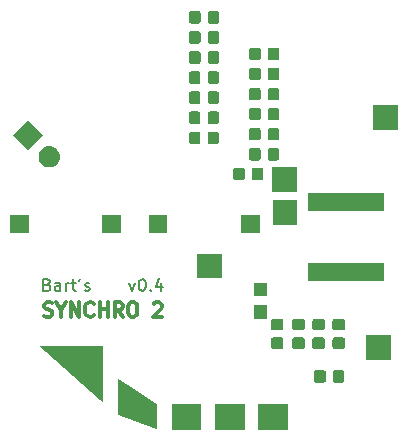
<source format=gbr>
G04 #@! TF.GenerationSoftware,KiCad,Pcbnew,5.1.4-1.fc30*
G04 #@! TF.CreationDate,2019-10-04T18:02:02+02:00*
G04 #@! TF.ProjectId,synchro2,73796e63-6872-46f3-922e-6b696361645f,rev?*
G04 #@! TF.SameCoordinates,Original*
G04 #@! TF.FileFunction,Soldermask,Top*
G04 #@! TF.FilePolarity,Negative*
%FSLAX46Y46*%
G04 Gerber Fmt 4.6, Leading zero omitted, Abs format (unit mm)*
G04 Created by KiCad (PCBNEW 5.1.4-1.fc30) date 2019-10-04 18:02:02*
%MOMM*%
%LPD*%
G04 APERTURE LIST*
%ADD10C,0.100000*%
%ADD11C,0.300000*%
%ADD12C,0.200000*%
G04 APERTURE END LIST*
D10*
G36*
X226100000Y-133650000D02*
G01*
X223650000Y-133650000D01*
X223650000Y-131500000D01*
X226100000Y-131500000D01*
X226100000Y-133650000D01*
G37*
X226100000Y-133650000D02*
X223650000Y-133650000D01*
X223650000Y-131500000D01*
X226100000Y-131500000D01*
X226100000Y-133650000D01*
G36*
X222450000Y-133650000D02*
G01*
X220000000Y-133650000D01*
X220000000Y-131500000D01*
X222450000Y-131500000D01*
X222450000Y-133650000D01*
G37*
X222450000Y-133650000D02*
X220000000Y-133650000D01*
X220000000Y-131500000D01*
X222450000Y-131500000D01*
X222450000Y-133650000D01*
G36*
X218800000Y-133650000D02*
G01*
X216350000Y-133650000D01*
X216350000Y-131500000D01*
X218800000Y-131500000D01*
X218800000Y-133650000D01*
G37*
X218800000Y-133650000D02*
X216350000Y-133650000D01*
X216350000Y-131500000D01*
X218800000Y-131500000D01*
X218800000Y-133650000D01*
G36*
X215050000Y-131550000D02*
G01*
X215050000Y-133550000D01*
X211850000Y-132400000D01*
X211850000Y-129400000D01*
X215050000Y-131550000D01*
G37*
X215050000Y-131550000D02*
X215050000Y-133550000D01*
X211850000Y-132400000D01*
X211850000Y-129400000D01*
X215050000Y-131550000D01*
G36*
X210450000Y-131250000D02*
G01*
X205200000Y-126600000D01*
X210450000Y-126600000D01*
X210450000Y-131250000D01*
G37*
X210450000Y-131250000D02*
X205200000Y-126600000D01*
X210450000Y-126600000D01*
X210450000Y-131250000D01*
D11*
X205578571Y-124085714D02*
X205750000Y-124142857D01*
X206035714Y-124142857D01*
X206150000Y-124085714D01*
X206207142Y-124028571D01*
X206264285Y-123914285D01*
X206264285Y-123800000D01*
X206207142Y-123685714D01*
X206150000Y-123628571D01*
X206035714Y-123571428D01*
X205807142Y-123514285D01*
X205692857Y-123457142D01*
X205635714Y-123400000D01*
X205578571Y-123285714D01*
X205578571Y-123171428D01*
X205635714Y-123057142D01*
X205692857Y-123000000D01*
X205807142Y-122942857D01*
X206092857Y-122942857D01*
X206264285Y-123000000D01*
X207007142Y-123571428D02*
X207007142Y-124142857D01*
X206607142Y-122942857D02*
X207007142Y-123571428D01*
X207407142Y-122942857D01*
X207807142Y-124142857D02*
X207807142Y-122942857D01*
X208492857Y-124142857D01*
X208492857Y-122942857D01*
X209750000Y-124028571D02*
X209692857Y-124085714D01*
X209521428Y-124142857D01*
X209407142Y-124142857D01*
X209235714Y-124085714D01*
X209121428Y-123971428D01*
X209064285Y-123857142D01*
X209007142Y-123628571D01*
X209007142Y-123457142D01*
X209064285Y-123228571D01*
X209121428Y-123114285D01*
X209235714Y-123000000D01*
X209407142Y-122942857D01*
X209521428Y-122942857D01*
X209692857Y-123000000D01*
X209750000Y-123057142D01*
X210264285Y-124142857D02*
X210264285Y-122942857D01*
X210264285Y-123514285D02*
X210950000Y-123514285D01*
X210950000Y-124142857D02*
X210950000Y-122942857D01*
X212207142Y-124142857D02*
X211807142Y-123571428D01*
X211521428Y-124142857D02*
X211521428Y-122942857D01*
X211978571Y-122942857D01*
X212092857Y-123000000D01*
X212150000Y-123057142D01*
X212207142Y-123171428D01*
X212207142Y-123342857D01*
X212150000Y-123457142D01*
X212092857Y-123514285D01*
X211978571Y-123571428D01*
X211521428Y-123571428D01*
X212950000Y-122942857D02*
X213178571Y-122942857D01*
X213292857Y-123000000D01*
X213407142Y-123114285D01*
X213464285Y-123342857D01*
X213464285Y-123742857D01*
X213407142Y-123971428D01*
X213292857Y-124085714D01*
X213178571Y-124142857D01*
X212950000Y-124142857D01*
X212835714Y-124085714D01*
X212721428Y-123971428D01*
X212664285Y-123742857D01*
X212664285Y-123342857D01*
X212721428Y-123114285D01*
X212835714Y-123000000D01*
X212950000Y-122942857D01*
X214835714Y-123057142D02*
X214892857Y-123000000D01*
X215007142Y-122942857D01*
X215292857Y-122942857D01*
X215407142Y-123000000D01*
X215464285Y-123057142D01*
X215521428Y-123171428D01*
X215521428Y-123285714D01*
X215464285Y-123457142D01*
X214778571Y-124142857D01*
X215521428Y-124142857D01*
D12*
X212771428Y-121285714D02*
X213009523Y-121952380D01*
X213247619Y-121285714D01*
X213819047Y-120952380D02*
X213914285Y-120952380D01*
X214009523Y-121000000D01*
X214057142Y-121047619D01*
X214104761Y-121142857D01*
X214152380Y-121333333D01*
X214152380Y-121571428D01*
X214104761Y-121761904D01*
X214057142Y-121857142D01*
X214009523Y-121904761D01*
X213914285Y-121952380D01*
X213819047Y-121952380D01*
X213723809Y-121904761D01*
X213676190Y-121857142D01*
X213628571Y-121761904D01*
X213580952Y-121571428D01*
X213580952Y-121333333D01*
X213628571Y-121142857D01*
X213676190Y-121047619D01*
X213723809Y-121000000D01*
X213819047Y-120952380D01*
X214580952Y-121857142D02*
X214628571Y-121904761D01*
X214580952Y-121952380D01*
X214533333Y-121904761D01*
X214580952Y-121857142D01*
X214580952Y-121952380D01*
X215485714Y-121285714D02*
X215485714Y-121952380D01*
X215247619Y-120904761D02*
X215009523Y-121619047D01*
X215628571Y-121619047D01*
X205830952Y-121428571D02*
X205973809Y-121476190D01*
X206021428Y-121523809D01*
X206069047Y-121619047D01*
X206069047Y-121761904D01*
X206021428Y-121857142D01*
X205973809Y-121904761D01*
X205878571Y-121952380D01*
X205497619Y-121952380D01*
X205497619Y-120952380D01*
X205830952Y-120952380D01*
X205926190Y-121000000D01*
X205973809Y-121047619D01*
X206021428Y-121142857D01*
X206021428Y-121238095D01*
X205973809Y-121333333D01*
X205926190Y-121380952D01*
X205830952Y-121428571D01*
X205497619Y-121428571D01*
X206926190Y-121952380D02*
X206926190Y-121428571D01*
X206878571Y-121333333D01*
X206783333Y-121285714D01*
X206592857Y-121285714D01*
X206497619Y-121333333D01*
X206926190Y-121904761D02*
X206830952Y-121952380D01*
X206592857Y-121952380D01*
X206497619Y-121904761D01*
X206450000Y-121809523D01*
X206450000Y-121714285D01*
X206497619Y-121619047D01*
X206592857Y-121571428D01*
X206830952Y-121571428D01*
X206926190Y-121523809D01*
X207402380Y-121952380D02*
X207402380Y-121285714D01*
X207402380Y-121476190D02*
X207450000Y-121380952D01*
X207497619Y-121333333D01*
X207592857Y-121285714D01*
X207688095Y-121285714D01*
X207878571Y-121285714D02*
X208259523Y-121285714D01*
X208021428Y-120952380D02*
X208021428Y-121809523D01*
X208069047Y-121904761D01*
X208164285Y-121952380D01*
X208259523Y-121952380D01*
X208640476Y-120952380D02*
X208545238Y-121142857D01*
X209021428Y-121904761D02*
X209116666Y-121952380D01*
X209307142Y-121952380D01*
X209402380Y-121904761D01*
X209450000Y-121809523D01*
X209450000Y-121761904D01*
X209402380Y-121666666D01*
X209307142Y-121619047D01*
X209164285Y-121619047D01*
X209069047Y-121571428D01*
X209021428Y-121476190D01*
X209021428Y-121428571D01*
X209069047Y-121333333D01*
X209164285Y-121285714D01*
X209307142Y-121285714D01*
X209402380Y-121333333D01*
D10*
G36*
X230829591Y-128678085D02*
G01*
X230863569Y-128688393D01*
X230894890Y-128705134D01*
X230922339Y-128727661D01*
X230944866Y-128755110D01*
X230961607Y-128786431D01*
X230971915Y-128820409D01*
X230976000Y-128861890D01*
X230976000Y-129538110D01*
X230971915Y-129579591D01*
X230961607Y-129613569D01*
X230944866Y-129644890D01*
X230922339Y-129672339D01*
X230894890Y-129694866D01*
X230863569Y-129711607D01*
X230829591Y-129721915D01*
X230788110Y-129726000D01*
X230186890Y-129726000D01*
X230145409Y-129721915D01*
X230111431Y-129711607D01*
X230080110Y-129694866D01*
X230052661Y-129672339D01*
X230030134Y-129644890D01*
X230013393Y-129613569D01*
X230003085Y-129579591D01*
X229999000Y-129538110D01*
X229999000Y-128861890D01*
X230003085Y-128820409D01*
X230013393Y-128786431D01*
X230030134Y-128755110D01*
X230052661Y-128727661D01*
X230080110Y-128705134D01*
X230111431Y-128688393D01*
X230145409Y-128678085D01*
X230186890Y-128674000D01*
X230788110Y-128674000D01*
X230829591Y-128678085D01*
X230829591Y-128678085D01*
G37*
G36*
X229254591Y-128678085D02*
G01*
X229288569Y-128688393D01*
X229319890Y-128705134D01*
X229347339Y-128727661D01*
X229369866Y-128755110D01*
X229386607Y-128786431D01*
X229396915Y-128820409D01*
X229401000Y-128861890D01*
X229401000Y-129538110D01*
X229396915Y-129579591D01*
X229386607Y-129613569D01*
X229369866Y-129644890D01*
X229347339Y-129672339D01*
X229319890Y-129694866D01*
X229288569Y-129711607D01*
X229254591Y-129721915D01*
X229213110Y-129726000D01*
X228611890Y-129726000D01*
X228570409Y-129721915D01*
X228536431Y-129711607D01*
X228505110Y-129694866D01*
X228477661Y-129672339D01*
X228455134Y-129644890D01*
X228438393Y-129613569D01*
X228428085Y-129579591D01*
X228424000Y-129538110D01*
X228424000Y-128861890D01*
X228428085Y-128820409D01*
X228438393Y-128786431D01*
X228455134Y-128755110D01*
X228477661Y-128727661D01*
X228505110Y-128705134D01*
X228536431Y-128688393D01*
X228570409Y-128678085D01*
X228611890Y-128674000D01*
X229213110Y-128674000D01*
X229254591Y-128678085D01*
X229254591Y-128678085D01*
G37*
G36*
X234901000Y-127801000D02*
G01*
X232799000Y-127801000D01*
X232799000Y-125699000D01*
X234901000Y-125699000D01*
X234901000Y-127801000D01*
X234901000Y-127801000D01*
G37*
G36*
X227479591Y-125903085D02*
G01*
X227513569Y-125913393D01*
X227544890Y-125930134D01*
X227572339Y-125952661D01*
X227594866Y-125980110D01*
X227611607Y-126011431D01*
X227621915Y-126045409D01*
X227626000Y-126086890D01*
X227626000Y-126688110D01*
X227621915Y-126729591D01*
X227611607Y-126763569D01*
X227594866Y-126794890D01*
X227572339Y-126822339D01*
X227544890Y-126844866D01*
X227513569Y-126861607D01*
X227479591Y-126871915D01*
X227438110Y-126876000D01*
X226761890Y-126876000D01*
X226720409Y-126871915D01*
X226686431Y-126861607D01*
X226655110Y-126844866D01*
X226627661Y-126822339D01*
X226605134Y-126794890D01*
X226588393Y-126763569D01*
X226578085Y-126729591D01*
X226574000Y-126688110D01*
X226574000Y-126086890D01*
X226578085Y-126045409D01*
X226588393Y-126011431D01*
X226605134Y-125980110D01*
X226627661Y-125952661D01*
X226655110Y-125930134D01*
X226686431Y-125913393D01*
X226720409Y-125903085D01*
X226761890Y-125899000D01*
X227438110Y-125899000D01*
X227479591Y-125903085D01*
X227479591Y-125903085D01*
G37*
G36*
X225679591Y-125903085D02*
G01*
X225713569Y-125913393D01*
X225744890Y-125930134D01*
X225772339Y-125952661D01*
X225794866Y-125980110D01*
X225811607Y-126011431D01*
X225821915Y-126045409D01*
X225826000Y-126086890D01*
X225826000Y-126688110D01*
X225821915Y-126729591D01*
X225811607Y-126763569D01*
X225794866Y-126794890D01*
X225772339Y-126822339D01*
X225744890Y-126844866D01*
X225713569Y-126861607D01*
X225679591Y-126871915D01*
X225638110Y-126876000D01*
X224961890Y-126876000D01*
X224920409Y-126871915D01*
X224886431Y-126861607D01*
X224855110Y-126844866D01*
X224827661Y-126822339D01*
X224805134Y-126794890D01*
X224788393Y-126763569D01*
X224778085Y-126729591D01*
X224774000Y-126688110D01*
X224774000Y-126086890D01*
X224778085Y-126045409D01*
X224788393Y-126011431D01*
X224805134Y-125980110D01*
X224827661Y-125952661D01*
X224855110Y-125930134D01*
X224886431Y-125913393D01*
X224920409Y-125903085D01*
X224961890Y-125899000D01*
X225638110Y-125899000D01*
X225679591Y-125903085D01*
X225679591Y-125903085D01*
G37*
G36*
X229179591Y-125903085D02*
G01*
X229213569Y-125913393D01*
X229244890Y-125930134D01*
X229272339Y-125952661D01*
X229294866Y-125980110D01*
X229311607Y-126011431D01*
X229321915Y-126045409D01*
X229326000Y-126086890D01*
X229326000Y-126688110D01*
X229321915Y-126729591D01*
X229311607Y-126763569D01*
X229294866Y-126794890D01*
X229272339Y-126822339D01*
X229244890Y-126844866D01*
X229213569Y-126861607D01*
X229179591Y-126871915D01*
X229138110Y-126876000D01*
X228461890Y-126876000D01*
X228420409Y-126871915D01*
X228386431Y-126861607D01*
X228355110Y-126844866D01*
X228327661Y-126822339D01*
X228305134Y-126794890D01*
X228288393Y-126763569D01*
X228278085Y-126729591D01*
X228274000Y-126688110D01*
X228274000Y-126086890D01*
X228278085Y-126045409D01*
X228288393Y-126011431D01*
X228305134Y-125980110D01*
X228327661Y-125952661D01*
X228355110Y-125930134D01*
X228386431Y-125913393D01*
X228420409Y-125903085D01*
X228461890Y-125899000D01*
X229138110Y-125899000D01*
X229179591Y-125903085D01*
X229179591Y-125903085D01*
G37*
G36*
X230879591Y-125903085D02*
G01*
X230913569Y-125913393D01*
X230944890Y-125930134D01*
X230972339Y-125952661D01*
X230994866Y-125980110D01*
X231011607Y-126011431D01*
X231021915Y-126045409D01*
X231026000Y-126086890D01*
X231026000Y-126688110D01*
X231021915Y-126729591D01*
X231011607Y-126763569D01*
X230994866Y-126794890D01*
X230972339Y-126822339D01*
X230944890Y-126844866D01*
X230913569Y-126861607D01*
X230879591Y-126871915D01*
X230838110Y-126876000D01*
X230161890Y-126876000D01*
X230120409Y-126871915D01*
X230086431Y-126861607D01*
X230055110Y-126844866D01*
X230027661Y-126822339D01*
X230005134Y-126794890D01*
X229988393Y-126763569D01*
X229978085Y-126729591D01*
X229974000Y-126688110D01*
X229974000Y-126086890D01*
X229978085Y-126045409D01*
X229988393Y-126011431D01*
X230005134Y-125980110D01*
X230027661Y-125952661D01*
X230055110Y-125930134D01*
X230086431Y-125913393D01*
X230120409Y-125903085D01*
X230161890Y-125899000D01*
X230838110Y-125899000D01*
X230879591Y-125903085D01*
X230879591Y-125903085D01*
G37*
G36*
X227479591Y-124328085D02*
G01*
X227513569Y-124338393D01*
X227544890Y-124355134D01*
X227572339Y-124377661D01*
X227594866Y-124405110D01*
X227611607Y-124436431D01*
X227621915Y-124470409D01*
X227626000Y-124511890D01*
X227626000Y-125113110D01*
X227621915Y-125154591D01*
X227611607Y-125188569D01*
X227594866Y-125219890D01*
X227572339Y-125247339D01*
X227544890Y-125269866D01*
X227513569Y-125286607D01*
X227479591Y-125296915D01*
X227438110Y-125301000D01*
X226761890Y-125301000D01*
X226720409Y-125296915D01*
X226686431Y-125286607D01*
X226655110Y-125269866D01*
X226627661Y-125247339D01*
X226605134Y-125219890D01*
X226588393Y-125188569D01*
X226578085Y-125154591D01*
X226574000Y-125113110D01*
X226574000Y-124511890D01*
X226578085Y-124470409D01*
X226588393Y-124436431D01*
X226605134Y-124405110D01*
X226627661Y-124377661D01*
X226655110Y-124355134D01*
X226686431Y-124338393D01*
X226720409Y-124328085D01*
X226761890Y-124324000D01*
X227438110Y-124324000D01*
X227479591Y-124328085D01*
X227479591Y-124328085D01*
G37*
G36*
X225679591Y-124328085D02*
G01*
X225713569Y-124338393D01*
X225744890Y-124355134D01*
X225772339Y-124377661D01*
X225794866Y-124405110D01*
X225811607Y-124436431D01*
X225821915Y-124470409D01*
X225826000Y-124511890D01*
X225826000Y-125113110D01*
X225821915Y-125154591D01*
X225811607Y-125188569D01*
X225794866Y-125219890D01*
X225772339Y-125247339D01*
X225744890Y-125269866D01*
X225713569Y-125286607D01*
X225679591Y-125296915D01*
X225638110Y-125301000D01*
X224961890Y-125301000D01*
X224920409Y-125296915D01*
X224886431Y-125286607D01*
X224855110Y-125269866D01*
X224827661Y-125247339D01*
X224805134Y-125219890D01*
X224788393Y-125188569D01*
X224778085Y-125154591D01*
X224774000Y-125113110D01*
X224774000Y-124511890D01*
X224778085Y-124470409D01*
X224788393Y-124436431D01*
X224805134Y-124405110D01*
X224827661Y-124377661D01*
X224855110Y-124355134D01*
X224886431Y-124338393D01*
X224920409Y-124328085D01*
X224961890Y-124324000D01*
X225638110Y-124324000D01*
X225679591Y-124328085D01*
X225679591Y-124328085D01*
G37*
G36*
X230879591Y-124328085D02*
G01*
X230913569Y-124338393D01*
X230944890Y-124355134D01*
X230972339Y-124377661D01*
X230994866Y-124405110D01*
X231011607Y-124436431D01*
X231021915Y-124470409D01*
X231026000Y-124511890D01*
X231026000Y-125113110D01*
X231021915Y-125154591D01*
X231011607Y-125188569D01*
X230994866Y-125219890D01*
X230972339Y-125247339D01*
X230944890Y-125269866D01*
X230913569Y-125286607D01*
X230879591Y-125296915D01*
X230838110Y-125301000D01*
X230161890Y-125301000D01*
X230120409Y-125296915D01*
X230086431Y-125286607D01*
X230055110Y-125269866D01*
X230027661Y-125247339D01*
X230005134Y-125219890D01*
X229988393Y-125188569D01*
X229978085Y-125154591D01*
X229974000Y-125113110D01*
X229974000Y-124511890D01*
X229978085Y-124470409D01*
X229988393Y-124436431D01*
X230005134Y-124405110D01*
X230027661Y-124377661D01*
X230055110Y-124355134D01*
X230086431Y-124338393D01*
X230120409Y-124328085D01*
X230161890Y-124324000D01*
X230838110Y-124324000D01*
X230879591Y-124328085D01*
X230879591Y-124328085D01*
G37*
G36*
X229179591Y-124328085D02*
G01*
X229213569Y-124338393D01*
X229244890Y-124355134D01*
X229272339Y-124377661D01*
X229294866Y-124405110D01*
X229311607Y-124436431D01*
X229321915Y-124470409D01*
X229326000Y-124511890D01*
X229326000Y-125113110D01*
X229321915Y-125154591D01*
X229311607Y-125188569D01*
X229294866Y-125219890D01*
X229272339Y-125247339D01*
X229244890Y-125269866D01*
X229213569Y-125286607D01*
X229179591Y-125296915D01*
X229138110Y-125301000D01*
X228461890Y-125301000D01*
X228420409Y-125296915D01*
X228386431Y-125286607D01*
X228355110Y-125269866D01*
X228327661Y-125247339D01*
X228305134Y-125219890D01*
X228288393Y-125188569D01*
X228278085Y-125154591D01*
X228274000Y-125113110D01*
X228274000Y-124511890D01*
X228278085Y-124470409D01*
X228288393Y-124436431D01*
X228305134Y-124405110D01*
X228327661Y-124377661D01*
X228355110Y-124355134D01*
X228386431Y-124338393D01*
X228420409Y-124328085D01*
X228461890Y-124324000D01*
X229138110Y-124324000D01*
X229179591Y-124328085D01*
X229179591Y-124328085D01*
G37*
G36*
X224401000Y-124301000D02*
G01*
X223299000Y-124301000D01*
X223299000Y-123199000D01*
X224401000Y-123199000D01*
X224401000Y-124301000D01*
X224401000Y-124301000D01*
G37*
G36*
X224401000Y-122401000D02*
G01*
X223299000Y-122401000D01*
X223299000Y-121299000D01*
X224401000Y-121299000D01*
X224401000Y-122401000D01*
X224401000Y-122401000D01*
G37*
G36*
X234301000Y-121126000D02*
G01*
X227899000Y-121126000D01*
X227899000Y-119574000D01*
X234301000Y-119574000D01*
X234301000Y-121126000D01*
X234301000Y-121126000D01*
G37*
G36*
X220601000Y-120901000D02*
G01*
X218499000Y-120901000D01*
X218499000Y-118799000D01*
X220601000Y-118799000D01*
X220601000Y-120901000D01*
X220601000Y-120901000D01*
G37*
G36*
X223801000Y-117101000D02*
G01*
X222199000Y-117101000D01*
X222199000Y-115499000D01*
X223801000Y-115499000D01*
X223801000Y-117101000D01*
X223801000Y-117101000D01*
G37*
G36*
X204301000Y-117101000D02*
G01*
X202699000Y-117101000D01*
X202699000Y-115499000D01*
X204301000Y-115499000D01*
X204301000Y-117101000D01*
X204301000Y-117101000D01*
G37*
G36*
X212101000Y-117101000D02*
G01*
X210499000Y-117101000D01*
X210499000Y-115499000D01*
X212101000Y-115499000D01*
X212101000Y-117101000D01*
X212101000Y-117101000D01*
G37*
G36*
X216001000Y-117101000D02*
G01*
X214399000Y-117101000D01*
X214399000Y-115499000D01*
X216001000Y-115499000D01*
X216001000Y-117101000D01*
X216001000Y-117101000D01*
G37*
G36*
X227001000Y-116351000D02*
G01*
X224899000Y-116351000D01*
X224899000Y-114249000D01*
X227001000Y-114249000D01*
X227001000Y-116351000D01*
X227001000Y-116351000D01*
G37*
G36*
X234301000Y-115226000D02*
G01*
X227899000Y-115226000D01*
X227899000Y-113674000D01*
X234301000Y-113674000D01*
X234301000Y-115226000D01*
X234301000Y-115226000D01*
G37*
G36*
X226951000Y-113551000D02*
G01*
X224849000Y-113551000D01*
X224849000Y-111449000D01*
X226951000Y-111449000D01*
X226951000Y-113551000D01*
X226951000Y-113551000D01*
G37*
G36*
X222404591Y-111528085D02*
G01*
X222438569Y-111538393D01*
X222469890Y-111555134D01*
X222497339Y-111577661D01*
X222519866Y-111605110D01*
X222536607Y-111636431D01*
X222546915Y-111670409D01*
X222551000Y-111711890D01*
X222551000Y-112388110D01*
X222546915Y-112429591D01*
X222536607Y-112463569D01*
X222519866Y-112494890D01*
X222497339Y-112522339D01*
X222469890Y-112544866D01*
X222438569Y-112561607D01*
X222404591Y-112571915D01*
X222363110Y-112576000D01*
X221761890Y-112576000D01*
X221720409Y-112571915D01*
X221686431Y-112561607D01*
X221655110Y-112544866D01*
X221627661Y-112522339D01*
X221605134Y-112494890D01*
X221588393Y-112463569D01*
X221578085Y-112429591D01*
X221574000Y-112388110D01*
X221574000Y-111711890D01*
X221578085Y-111670409D01*
X221588393Y-111636431D01*
X221605134Y-111605110D01*
X221627661Y-111577661D01*
X221655110Y-111555134D01*
X221686431Y-111538393D01*
X221720409Y-111528085D01*
X221761890Y-111524000D01*
X222363110Y-111524000D01*
X222404591Y-111528085D01*
X222404591Y-111528085D01*
G37*
G36*
X223979591Y-111528085D02*
G01*
X224013569Y-111538393D01*
X224044890Y-111555134D01*
X224072339Y-111577661D01*
X224094866Y-111605110D01*
X224111607Y-111636431D01*
X224121915Y-111670409D01*
X224126000Y-111711890D01*
X224126000Y-112388110D01*
X224121915Y-112429591D01*
X224111607Y-112463569D01*
X224094866Y-112494890D01*
X224072339Y-112522339D01*
X224044890Y-112544866D01*
X224013569Y-112561607D01*
X223979591Y-112571915D01*
X223938110Y-112576000D01*
X223336890Y-112576000D01*
X223295409Y-112571915D01*
X223261431Y-112561607D01*
X223230110Y-112544866D01*
X223202661Y-112522339D01*
X223180134Y-112494890D01*
X223163393Y-112463569D01*
X223153085Y-112429591D01*
X223149000Y-112388110D01*
X223149000Y-111711890D01*
X223153085Y-111670409D01*
X223163393Y-111636431D01*
X223180134Y-111605110D01*
X223202661Y-111577661D01*
X223230110Y-111555134D01*
X223261431Y-111538393D01*
X223295409Y-111528085D01*
X223336890Y-111524000D01*
X223938110Y-111524000D01*
X223979591Y-111528085D01*
X223979591Y-111528085D01*
G37*
G36*
X206106494Y-109701570D02*
G01*
X206172678Y-109708088D01*
X206342517Y-109759608D01*
X206499042Y-109843273D01*
X206534780Y-109872603D01*
X206636237Y-109955865D01*
X206692793Y-110024780D01*
X206748829Y-110093060D01*
X206832494Y-110249585D01*
X206884014Y-110419424D01*
X206901410Y-110596051D01*
X206884014Y-110772678D01*
X206832494Y-110942517D01*
X206748829Y-111099042D01*
X206719499Y-111134780D01*
X206636237Y-111236237D01*
X206534780Y-111319499D01*
X206499042Y-111348829D01*
X206342517Y-111432494D01*
X206172678Y-111484014D01*
X206106494Y-111490532D01*
X206040311Y-111497051D01*
X205951791Y-111497051D01*
X205885608Y-111490532D01*
X205819424Y-111484014D01*
X205649585Y-111432494D01*
X205493060Y-111348829D01*
X205457322Y-111319499D01*
X205355865Y-111236237D01*
X205272603Y-111134780D01*
X205243273Y-111099042D01*
X205159608Y-110942517D01*
X205108088Y-110772678D01*
X205090692Y-110596051D01*
X205108088Y-110419424D01*
X205159608Y-110249585D01*
X205243273Y-110093060D01*
X205299309Y-110024780D01*
X205355865Y-109955865D01*
X205457322Y-109872603D01*
X205493060Y-109843273D01*
X205649585Y-109759608D01*
X205819424Y-109708088D01*
X205885608Y-109701570D01*
X205951791Y-109695051D01*
X206040311Y-109695051D01*
X206106494Y-109701570D01*
X206106494Y-109701570D01*
G37*
G36*
X223742091Y-109878085D02*
G01*
X223776069Y-109888393D01*
X223807390Y-109905134D01*
X223834839Y-109927661D01*
X223857366Y-109955110D01*
X223874107Y-109986431D01*
X223884415Y-110020409D01*
X223888500Y-110061890D01*
X223888500Y-110738110D01*
X223884415Y-110779591D01*
X223874107Y-110813569D01*
X223857366Y-110844890D01*
X223834839Y-110872339D01*
X223807390Y-110894866D01*
X223776069Y-110911607D01*
X223742091Y-110921915D01*
X223700610Y-110926000D01*
X223099390Y-110926000D01*
X223057909Y-110921915D01*
X223023931Y-110911607D01*
X222992610Y-110894866D01*
X222965161Y-110872339D01*
X222942634Y-110844890D01*
X222925893Y-110813569D01*
X222915585Y-110779591D01*
X222911500Y-110738110D01*
X222911500Y-110061890D01*
X222915585Y-110020409D01*
X222925893Y-109986431D01*
X222942634Y-109955110D01*
X222965161Y-109927661D01*
X222992610Y-109905134D01*
X223023931Y-109888393D01*
X223057909Y-109878085D01*
X223099390Y-109874000D01*
X223700610Y-109874000D01*
X223742091Y-109878085D01*
X223742091Y-109878085D01*
G37*
G36*
X225317091Y-109878085D02*
G01*
X225351069Y-109888393D01*
X225382390Y-109905134D01*
X225409839Y-109927661D01*
X225432366Y-109955110D01*
X225449107Y-109986431D01*
X225459415Y-110020409D01*
X225463500Y-110061890D01*
X225463500Y-110738110D01*
X225459415Y-110779591D01*
X225449107Y-110813569D01*
X225432366Y-110844890D01*
X225409839Y-110872339D01*
X225382390Y-110894866D01*
X225351069Y-110911607D01*
X225317091Y-110921915D01*
X225275610Y-110926000D01*
X224674390Y-110926000D01*
X224632909Y-110921915D01*
X224598931Y-110911607D01*
X224567610Y-110894866D01*
X224540161Y-110872339D01*
X224517634Y-110844890D01*
X224500893Y-110813569D01*
X224490585Y-110779591D01*
X224486500Y-110738110D01*
X224486500Y-110061890D01*
X224490585Y-110020409D01*
X224500893Y-109986431D01*
X224517634Y-109955110D01*
X224540161Y-109927661D01*
X224567610Y-109905134D01*
X224598931Y-109888393D01*
X224632909Y-109878085D01*
X224674390Y-109874000D01*
X225275610Y-109874000D01*
X225317091Y-109878085D01*
X225317091Y-109878085D01*
G37*
G36*
X205474206Y-108800000D02*
G01*
X204200000Y-110074206D01*
X202925794Y-108800000D01*
X204200000Y-107525794D01*
X205474206Y-108800000D01*
X205474206Y-108800000D01*
G37*
G36*
X218654591Y-108478085D02*
G01*
X218688569Y-108488393D01*
X218719890Y-108505134D01*
X218747339Y-108527661D01*
X218769866Y-108555110D01*
X218786607Y-108586431D01*
X218796915Y-108620409D01*
X218801000Y-108661890D01*
X218801000Y-109338110D01*
X218796915Y-109379591D01*
X218786607Y-109413569D01*
X218769866Y-109444890D01*
X218747339Y-109472339D01*
X218719890Y-109494866D01*
X218688569Y-109511607D01*
X218654591Y-109521915D01*
X218613110Y-109526000D01*
X218011890Y-109526000D01*
X217970409Y-109521915D01*
X217936431Y-109511607D01*
X217905110Y-109494866D01*
X217877661Y-109472339D01*
X217855134Y-109444890D01*
X217838393Y-109413569D01*
X217828085Y-109379591D01*
X217824000Y-109338110D01*
X217824000Y-108661890D01*
X217828085Y-108620409D01*
X217838393Y-108586431D01*
X217855134Y-108555110D01*
X217877661Y-108527661D01*
X217905110Y-108505134D01*
X217936431Y-108488393D01*
X217970409Y-108478085D01*
X218011890Y-108474000D01*
X218613110Y-108474000D01*
X218654591Y-108478085D01*
X218654591Y-108478085D01*
G37*
G36*
X220229591Y-108478085D02*
G01*
X220263569Y-108488393D01*
X220294890Y-108505134D01*
X220322339Y-108527661D01*
X220344866Y-108555110D01*
X220361607Y-108586431D01*
X220371915Y-108620409D01*
X220376000Y-108661890D01*
X220376000Y-109338110D01*
X220371915Y-109379591D01*
X220361607Y-109413569D01*
X220344866Y-109444890D01*
X220322339Y-109472339D01*
X220294890Y-109494866D01*
X220263569Y-109511607D01*
X220229591Y-109521915D01*
X220188110Y-109526000D01*
X219586890Y-109526000D01*
X219545409Y-109521915D01*
X219511431Y-109511607D01*
X219480110Y-109494866D01*
X219452661Y-109472339D01*
X219430134Y-109444890D01*
X219413393Y-109413569D01*
X219403085Y-109379591D01*
X219399000Y-109338110D01*
X219399000Y-108661890D01*
X219403085Y-108620409D01*
X219413393Y-108586431D01*
X219430134Y-108555110D01*
X219452661Y-108527661D01*
X219480110Y-108505134D01*
X219511431Y-108488393D01*
X219545409Y-108478085D01*
X219586890Y-108474000D01*
X220188110Y-108474000D01*
X220229591Y-108478085D01*
X220229591Y-108478085D01*
G37*
G36*
X225317091Y-108178085D02*
G01*
X225351069Y-108188393D01*
X225382390Y-108205134D01*
X225409839Y-108227661D01*
X225432366Y-108255110D01*
X225449107Y-108286431D01*
X225459415Y-108320409D01*
X225463500Y-108361890D01*
X225463500Y-109038110D01*
X225459415Y-109079591D01*
X225449107Y-109113569D01*
X225432366Y-109144890D01*
X225409839Y-109172339D01*
X225382390Y-109194866D01*
X225351069Y-109211607D01*
X225317091Y-109221915D01*
X225275610Y-109226000D01*
X224674390Y-109226000D01*
X224632909Y-109221915D01*
X224598931Y-109211607D01*
X224567610Y-109194866D01*
X224540161Y-109172339D01*
X224517634Y-109144890D01*
X224500893Y-109113569D01*
X224490585Y-109079591D01*
X224486500Y-109038110D01*
X224486500Y-108361890D01*
X224490585Y-108320409D01*
X224500893Y-108286431D01*
X224517634Y-108255110D01*
X224540161Y-108227661D01*
X224567610Y-108205134D01*
X224598931Y-108188393D01*
X224632909Y-108178085D01*
X224674390Y-108174000D01*
X225275610Y-108174000D01*
X225317091Y-108178085D01*
X225317091Y-108178085D01*
G37*
G36*
X223742091Y-108178085D02*
G01*
X223776069Y-108188393D01*
X223807390Y-108205134D01*
X223834839Y-108227661D01*
X223857366Y-108255110D01*
X223874107Y-108286431D01*
X223884415Y-108320409D01*
X223888500Y-108361890D01*
X223888500Y-109038110D01*
X223884415Y-109079591D01*
X223874107Y-109113569D01*
X223857366Y-109144890D01*
X223834839Y-109172339D01*
X223807390Y-109194866D01*
X223776069Y-109211607D01*
X223742091Y-109221915D01*
X223700610Y-109226000D01*
X223099390Y-109226000D01*
X223057909Y-109221915D01*
X223023931Y-109211607D01*
X222992610Y-109194866D01*
X222965161Y-109172339D01*
X222942634Y-109144890D01*
X222925893Y-109113569D01*
X222915585Y-109079591D01*
X222911500Y-109038110D01*
X222911500Y-108361890D01*
X222915585Y-108320409D01*
X222925893Y-108286431D01*
X222942634Y-108255110D01*
X222965161Y-108227661D01*
X222992610Y-108205134D01*
X223023931Y-108188393D01*
X223057909Y-108178085D01*
X223099390Y-108174000D01*
X223700610Y-108174000D01*
X223742091Y-108178085D01*
X223742091Y-108178085D01*
G37*
G36*
X235501000Y-108361000D02*
G01*
X233399000Y-108361000D01*
X233399000Y-106259000D01*
X235501000Y-106259000D01*
X235501000Y-108361000D01*
X235501000Y-108361000D01*
G37*
G36*
X218654591Y-106778085D02*
G01*
X218688569Y-106788393D01*
X218719890Y-106805134D01*
X218747339Y-106827661D01*
X218769866Y-106855110D01*
X218786607Y-106886431D01*
X218796915Y-106920409D01*
X218801000Y-106961890D01*
X218801000Y-107638110D01*
X218796915Y-107679591D01*
X218786607Y-107713569D01*
X218769866Y-107744890D01*
X218747339Y-107772339D01*
X218719890Y-107794866D01*
X218688569Y-107811607D01*
X218654591Y-107821915D01*
X218613110Y-107826000D01*
X218011890Y-107826000D01*
X217970409Y-107821915D01*
X217936431Y-107811607D01*
X217905110Y-107794866D01*
X217877661Y-107772339D01*
X217855134Y-107744890D01*
X217838393Y-107713569D01*
X217828085Y-107679591D01*
X217824000Y-107638110D01*
X217824000Y-106961890D01*
X217828085Y-106920409D01*
X217838393Y-106886431D01*
X217855134Y-106855110D01*
X217877661Y-106827661D01*
X217905110Y-106805134D01*
X217936431Y-106788393D01*
X217970409Y-106778085D01*
X218011890Y-106774000D01*
X218613110Y-106774000D01*
X218654591Y-106778085D01*
X218654591Y-106778085D01*
G37*
G36*
X220229591Y-106778085D02*
G01*
X220263569Y-106788393D01*
X220294890Y-106805134D01*
X220322339Y-106827661D01*
X220344866Y-106855110D01*
X220361607Y-106886431D01*
X220371915Y-106920409D01*
X220376000Y-106961890D01*
X220376000Y-107638110D01*
X220371915Y-107679591D01*
X220361607Y-107713569D01*
X220344866Y-107744890D01*
X220322339Y-107772339D01*
X220294890Y-107794866D01*
X220263569Y-107811607D01*
X220229591Y-107821915D01*
X220188110Y-107826000D01*
X219586890Y-107826000D01*
X219545409Y-107821915D01*
X219511431Y-107811607D01*
X219480110Y-107794866D01*
X219452661Y-107772339D01*
X219430134Y-107744890D01*
X219413393Y-107713569D01*
X219403085Y-107679591D01*
X219399000Y-107638110D01*
X219399000Y-106961890D01*
X219403085Y-106920409D01*
X219413393Y-106886431D01*
X219430134Y-106855110D01*
X219452661Y-106827661D01*
X219480110Y-106805134D01*
X219511431Y-106788393D01*
X219545409Y-106778085D01*
X219586890Y-106774000D01*
X220188110Y-106774000D01*
X220229591Y-106778085D01*
X220229591Y-106778085D01*
G37*
G36*
X223754591Y-106478085D02*
G01*
X223788569Y-106488393D01*
X223819890Y-106505134D01*
X223847339Y-106527661D01*
X223869866Y-106555110D01*
X223886607Y-106586431D01*
X223896915Y-106620409D01*
X223901000Y-106661890D01*
X223901000Y-107338110D01*
X223896915Y-107379591D01*
X223886607Y-107413569D01*
X223869866Y-107444890D01*
X223847339Y-107472339D01*
X223819890Y-107494866D01*
X223788569Y-107511607D01*
X223754591Y-107521915D01*
X223713110Y-107526000D01*
X223111890Y-107526000D01*
X223070409Y-107521915D01*
X223036431Y-107511607D01*
X223005110Y-107494866D01*
X222977661Y-107472339D01*
X222955134Y-107444890D01*
X222938393Y-107413569D01*
X222928085Y-107379591D01*
X222924000Y-107338110D01*
X222924000Y-106661890D01*
X222928085Y-106620409D01*
X222938393Y-106586431D01*
X222955134Y-106555110D01*
X222977661Y-106527661D01*
X223005110Y-106505134D01*
X223036431Y-106488393D01*
X223070409Y-106478085D01*
X223111890Y-106474000D01*
X223713110Y-106474000D01*
X223754591Y-106478085D01*
X223754591Y-106478085D01*
G37*
G36*
X225329591Y-106478085D02*
G01*
X225363569Y-106488393D01*
X225394890Y-106505134D01*
X225422339Y-106527661D01*
X225444866Y-106555110D01*
X225461607Y-106586431D01*
X225471915Y-106620409D01*
X225476000Y-106661890D01*
X225476000Y-107338110D01*
X225471915Y-107379591D01*
X225461607Y-107413569D01*
X225444866Y-107444890D01*
X225422339Y-107472339D01*
X225394890Y-107494866D01*
X225363569Y-107511607D01*
X225329591Y-107521915D01*
X225288110Y-107526000D01*
X224686890Y-107526000D01*
X224645409Y-107521915D01*
X224611431Y-107511607D01*
X224580110Y-107494866D01*
X224552661Y-107472339D01*
X224530134Y-107444890D01*
X224513393Y-107413569D01*
X224503085Y-107379591D01*
X224499000Y-107338110D01*
X224499000Y-106661890D01*
X224503085Y-106620409D01*
X224513393Y-106586431D01*
X224530134Y-106555110D01*
X224552661Y-106527661D01*
X224580110Y-106505134D01*
X224611431Y-106488393D01*
X224645409Y-106478085D01*
X224686890Y-106474000D01*
X225288110Y-106474000D01*
X225329591Y-106478085D01*
X225329591Y-106478085D01*
G37*
G36*
X218654591Y-105078085D02*
G01*
X218688569Y-105088393D01*
X218719890Y-105105134D01*
X218747339Y-105127661D01*
X218769866Y-105155110D01*
X218786607Y-105186431D01*
X218796915Y-105220409D01*
X218801000Y-105261890D01*
X218801000Y-105938110D01*
X218796915Y-105979591D01*
X218786607Y-106013569D01*
X218769866Y-106044890D01*
X218747339Y-106072339D01*
X218719890Y-106094866D01*
X218688569Y-106111607D01*
X218654591Y-106121915D01*
X218613110Y-106126000D01*
X218011890Y-106126000D01*
X217970409Y-106121915D01*
X217936431Y-106111607D01*
X217905110Y-106094866D01*
X217877661Y-106072339D01*
X217855134Y-106044890D01*
X217838393Y-106013569D01*
X217828085Y-105979591D01*
X217824000Y-105938110D01*
X217824000Y-105261890D01*
X217828085Y-105220409D01*
X217838393Y-105186431D01*
X217855134Y-105155110D01*
X217877661Y-105127661D01*
X217905110Y-105105134D01*
X217936431Y-105088393D01*
X217970409Y-105078085D01*
X218011890Y-105074000D01*
X218613110Y-105074000D01*
X218654591Y-105078085D01*
X218654591Y-105078085D01*
G37*
G36*
X220229591Y-105078085D02*
G01*
X220263569Y-105088393D01*
X220294890Y-105105134D01*
X220322339Y-105127661D01*
X220344866Y-105155110D01*
X220361607Y-105186431D01*
X220371915Y-105220409D01*
X220376000Y-105261890D01*
X220376000Y-105938110D01*
X220371915Y-105979591D01*
X220361607Y-106013569D01*
X220344866Y-106044890D01*
X220322339Y-106072339D01*
X220294890Y-106094866D01*
X220263569Y-106111607D01*
X220229591Y-106121915D01*
X220188110Y-106126000D01*
X219586890Y-106126000D01*
X219545409Y-106121915D01*
X219511431Y-106111607D01*
X219480110Y-106094866D01*
X219452661Y-106072339D01*
X219430134Y-106044890D01*
X219413393Y-106013569D01*
X219403085Y-105979591D01*
X219399000Y-105938110D01*
X219399000Y-105261890D01*
X219403085Y-105220409D01*
X219413393Y-105186431D01*
X219430134Y-105155110D01*
X219452661Y-105127661D01*
X219480110Y-105105134D01*
X219511431Y-105088393D01*
X219545409Y-105078085D01*
X219586890Y-105074000D01*
X220188110Y-105074000D01*
X220229591Y-105078085D01*
X220229591Y-105078085D01*
G37*
G36*
X225317091Y-104778085D02*
G01*
X225351069Y-104788393D01*
X225382390Y-104805134D01*
X225409839Y-104827661D01*
X225432366Y-104855110D01*
X225449107Y-104886431D01*
X225459415Y-104920409D01*
X225463500Y-104961890D01*
X225463500Y-105638110D01*
X225459415Y-105679591D01*
X225449107Y-105713569D01*
X225432366Y-105744890D01*
X225409839Y-105772339D01*
X225382390Y-105794866D01*
X225351069Y-105811607D01*
X225317091Y-105821915D01*
X225275610Y-105826000D01*
X224674390Y-105826000D01*
X224632909Y-105821915D01*
X224598931Y-105811607D01*
X224567610Y-105794866D01*
X224540161Y-105772339D01*
X224517634Y-105744890D01*
X224500893Y-105713569D01*
X224490585Y-105679591D01*
X224486500Y-105638110D01*
X224486500Y-104961890D01*
X224490585Y-104920409D01*
X224500893Y-104886431D01*
X224517634Y-104855110D01*
X224540161Y-104827661D01*
X224567610Y-104805134D01*
X224598931Y-104788393D01*
X224632909Y-104778085D01*
X224674390Y-104774000D01*
X225275610Y-104774000D01*
X225317091Y-104778085D01*
X225317091Y-104778085D01*
G37*
G36*
X223742091Y-104778085D02*
G01*
X223776069Y-104788393D01*
X223807390Y-104805134D01*
X223834839Y-104827661D01*
X223857366Y-104855110D01*
X223874107Y-104886431D01*
X223884415Y-104920409D01*
X223888500Y-104961890D01*
X223888500Y-105638110D01*
X223884415Y-105679591D01*
X223874107Y-105713569D01*
X223857366Y-105744890D01*
X223834839Y-105772339D01*
X223807390Y-105794866D01*
X223776069Y-105811607D01*
X223742091Y-105821915D01*
X223700610Y-105826000D01*
X223099390Y-105826000D01*
X223057909Y-105821915D01*
X223023931Y-105811607D01*
X222992610Y-105794866D01*
X222965161Y-105772339D01*
X222942634Y-105744890D01*
X222925893Y-105713569D01*
X222915585Y-105679591D01*
X222911500Y-105638110D01*
X222911500Y-104961890D01*
X222915585Y-104920409D01*
X222925893Y-104886431D01*
X222942634Y-104855110D01*
X222965161Y-104827661D01*
X222992610Y-104805134D01*
X223023931Y-104788393D01*
X223057909Y-104778085D01*
X223099390Y-104774000D01*
X223700610Y-104774000D01*
X223742091Y-104778085D01*
X223742091Y-104778085D01*
G37*
G36*
X218654591Y-103378085D02*
G01*
X218688569Y-103388393D01*
X218719890Y-103405134D01*
X218747339Y-103427661D01*
X218769866Y-103455110D01*
X218786607Y-103486431D01*
X218796915Y-103520409D01*
X218801000Y-103561890D01*
X218801000Y-104238110D01*
X218796915Y-104279591D01*
X218786607Y-104313569D01*
X218769866Y-104344890D01*
X218747339Y-104372339D01*
X218719890Y-104394866D01*
X218688569Y-104411607D01*
X218654591Y-104421915D01*
X218613110Y-104426000D01*
X218011890Y-104426000D01*
X217970409Y-104421915D01*
X217936431Y-104411607D01*
X217905110Y-104394866D01*
X217877661Y-104372339D01*
X217855134Y-104344890D01*
X217838393Y-104313569D01*
X217828085Y-104279591D01*
X217824000Y-104238110D01*
X217824000Y-103561890D01*
X217828085Y-103520409D01*
X217838393Y-103486431D01*
X217855134Y-103455110D01*
X217877661Y-103427661D01*
X217905110Y-103405134D01*
X217936431Y-103388393D01*
X217970409Y-103378085D01*
X218011890Y-103374000D01*
X218613110Y-103374000D01*
X218654591Y-103378085D01*
X218654591Y-103378085D01*
G37*
G36*
X220229591Y-103378085D02*
G01*
X220263569Y-103388393D01*
X220294890Y-103405134D01*
X220322339Y-103427661D01*
X220344866Y-103455110D01*
X220361607Y-103486431D01*
X220371915Y-103520409D01*
X220376000Y-103561890D01*
X220376000Y-104238110D01*
X220371915Y-104279591D01*
X220361607Y-104313569D01*
X220344866Y-104344890D01*
X220322339Y-104372339D01*
X220294890Y-104394866D01*
X220263569Y-104411607D01*
X220229591Y-104421915D01*
X220188110Y-104426000D01*
X219586890Y-104426000D01*
X219545409Y-104421915D01*
X219511431Y-104411607D01*
X219480110Y-104394866D01*
X219452661Y-104372339D01*
X219430134Y-104344890D01*
X219413393Y-104313569D01*
X219403085Y-104279591D01*
X219399000Y-104238110D01*
X219399000Y-103561890D01*
X219403085Y-103520409D01*
X219413393Y-103486431D01*
X219430134Y-103455110D01*
X219452661Y-103427661D01*
X219480110Y-103405134D01*
X219511431Y-103388393D01*
X219545409Y-103378085D01*
X219586890Y-103374000D01*
X220188110Y-103374000D01*
X220229591Y-103378085D01*
X220229591Y-103378085D01*
G37*
G36*
X225329591Y-103078085D02*
G01*
X225363569Y-103088393D01*
X225394890Y-103105134D01*
X225422339Y-103127661D01*
X225444866Y-103155110D01*
X225461607Y-103186431D01*
X225471915Y-103220409D01*
X225476000Y-103261890D01*
X225476000Y-103938110D01*
X225471915Y-103979591D01*
X225461607Y-104013569D01*
X225444866Y-104044890D01*
X225422339Y-104072339D01*
X225394890Y-104094866D01*
X225363569Y-104111607D01*
X225329591Y-104121915D01*
X225288110Y-104126000D01*
X224686890Y-104126000D01*
X224645409Y-104121915D01*
X224611431Y-104111607D01*
X224580110Y-104094866D01*
X224552661Y-104072339D01*
X224530134Y-104044890D01*
X224513393Y-104013569D01*
X224503085Y-103979591D01*
X224499000Y-103938110D01*
X224499000Y-103261890D01*
X224503085Y-103220409D01*
X224513393Y-103186431D01*
X224530134Y-103155110D01*
X224552661Y-103127661D01*
X224580110Y-103105134D01*
X224611431Y-103088393D01*
X224645409Y-103078085D01*
X224686890Y-103074000D01*
X225288110Y-103074000D01*
X225329591Y-103078085D01*
X225329591Y-103078085D01*
G37*
G36*
X223754591Y-103078085D02*
G01*
X223788569Y-103088393D01*
X223819890Y-103105134D01*
X223847339Y-103127661D01*
X223869866Y-103155110D01*
X223886607Y-103186431D01*
X223896915Y-103220409D01*
X223901000Y-103261890D01*
X223901000Y-103938110D01*
X223896915Y-103979591D01*
X223886607Y-104013569D01*
X223869866Y-104044890D01*
X223847339Y-104072339D01*
X223819890Y-104094866D01*
X223788569Y-104111607D01*
X223754591Y-104121915D01*
X223713110Y-104126000D01*
X223111890Y-104126000D01*
X223070409Y-104121915D01*
X223036431Y-104111607D01*
X223005110Y-104094866D01*
X222977661Y-104072339D01*
X222955134Y-104044890D01*
X222938393Y-104013569D01*
X222928085Y-103979591D01*
X222924000Y-103938110D01*
X222924000Y-103261890D01*
X222928085Y-103220409D01*
X222938393Y-103186431D01*
X222955134Y-103155110D01*
X222977661Y-103127661D01*
X223005110Y-103105134D01*
X223036431Y-103088393D01*
X223070409Y-103078085D01*
X223111890Y-103074000D01*
X223713110Y-103074000D01*
X223754591Y-103078085D01*
X223754591Y-103078085D01*
G37*
G36*
X220242091Y-101678085D02*
G01*
X220276069Y-101688393D01*
X220307390Y-101705134D01*
X220334839Y-101727661D01*
X220357366Y-101755110D01*
X220374107Y-101786431D01*
X220384415Y-101820409D01*
X220388500Y-101861890D01*
X220388500Y-102538110D01*
X220384415Y-102579591D01*
X220374107Y-102613569D01*
X220357366Y-102644890D01*
X220334839Y-102672339D01*
X220307390Y-102694866D01*
X220276069Y-102711607D01*
X220242091Y-102721915D01*
X220200610Y-102726000D01*
X219599390Y-102726000D01*
X219557909Y-102721915D01*
X219523931Y-102711607D01*
X219492610Y-102694866D01*
X219465161Y-102672339D01*
X219442634Y-102644890D01*
X219425893Y-102613569D01*
X219415585Y-102579591D01*
X219411500Y-102538110D01*
X219411500Y-101861890D01*
X219415585Y-101820409D01*
X219425893Y-101786431D01*
X219442634Y-101755110D01*
X219465161Y-101727661D01*
X219492610Y-101705134D01*
X219523931Y-101688393D01*
X219557909Y-101678085D01*
X219599390Y-101674000D01*
X220200610Y-101674000D01*
X220242091Y-101678085D01*
X220242091Y-101678085D01*
G37*
G36*
X218667091Y-101678085D02*
G01*
X218701069Y-101688393D01*
X218732390Y-101705134D01*
X218759839Y-101727661D01*
X218782366Y-101755110D01*
X218799107Y-101786431D01*
X218809415Y-101820409D01*
X218813500Y-101861890D01*
X218813500Y-102538110D01*
X218809415Y-102579591D01*
X218799107Y-102613569D01*
X218782366Y-102644890D01*
X218759839Y-102672339D01*
X218732390Y-102694866D01*
X218701069Y-102711607D01*
X218667091Y-102721915D01*
X218625610Y-102726000D01*
X218024390Y-102726000D01*
X217982909Y-102721915D01*
X217948931Y-102711607D01*
X217917610Y-102694866D01*
X217890161Y-102672339D01*
X217867634Y-102644890D01*
X217850893Y-102613569D01*
X217840585Y-102579591D01*
X217836500Y-102538110D01*
X217836500Y-101861890D01*
X217840585Y-101820409D01*
X217850893Y-101786431D01*
X217867634Y-101755110D01*
X217890161Y-101727661D01*
X217917610Y-101705134D01*
X217948931Y-101688393D01*
X217982909Y-101678085D01*
X218024390Y-101674000D01*
X218625610Y-101674000D01*
X218667091Y-101678085D01*
X218667091Y-101678085D01*
G37*
G36*
X223754591Y-101378085D02*
G01*
X223788569Y-101388393D01*
X223819890Y-101405134D01*
X223847339Y-101427661D01*
X223869866Y-101455110D01*
X223886607Y-101486431D01*
X223896915Y-101520409D01*
X223901000Y-101561890D01*
X223901000Y-102238110D01*
X223896915Y-102279591D01*
X223886607Y-102313569D01*
X223869866Y-102344890D01*
X223847339Y-102372339D01*
X223819890Y-102394866D01*
X223788569Y-102411607D01*
X223754591Y-102421915D01*
X223713110Y-102426000D01*
X223111890Y-102426000D01*
X223070409Y-102421915D01*
X223036431Y-102411607D01*
X223005110Y-102394866D01*
X222977661Y-102372339D01*
X222955134Y-102344890D01*
X222938393Y-102313569D01*
X222928085Y-102279591D01*
X222924000Y-102238110D01*
X222924000Y-101561890D01*
X222928085Y-101520409D01*
X222938393Y-101486431D01*
X222955134Y-101455110D01*
X222977661Y-101427661D01*
X223005110Y-101405134D01*
X223036431Y-101388393D01*
X223070409Y-101378085D01*
X223111890Y-101374000D01*
X223713110Y-101374000D01*
X223754591Y-101378085D01*
X223754591Y-101378085D01*
G37*
G36*
X225329591Y-101378085D02*
G01*
X225363569Y-101388393D01*
X225394890Y-101405134D01*
X225422339Y-101427661D01*
X225444866Y-101455110D01*
X225461607Y-101486431D01*
X225471915Y-101520409D01*
X225476000Y-101561890D01*
X225476000Y-102238110D01*
X225471915Y-102279591D01*
X225461607Y-102313569D01*
X225444866Y-102344890D01*
X225422339Y-102372339D01*
X225394890Y-102394866D01*
X225363569Y-102411607D01*
X225329591Y-102421915D01*
X225288110Y-102426000D01*
X224686890Y-102426000D01*
X224645409Y-102421915D01*
X224611431Y-102411607D01*
X224580110Y-102394866D01*
X224552661Y-102372339D01*
X224530134Y-102344890D01*
X224513393Y-102313569D01*
X224503085Y-102279591D01*
X224499000Y-102238110D01*
X224499000Y-101561890D01*
X224503085Y-101520409D01*
X224513393Y-101486431D01*
X224530134Y-101455110D01*
X224552661Y-101427661D01*
X224580110Y-101405134D01*
X224611431Y-101388393D01*
X224645409Y-101378085D01*
X224686890Y-101374000D01*
X225288110Y-101374000D01*
X225329591Y-101378085D01*
X225329591Y-101378085D01*
G37*
G36*
X220242091Y-99978085D02*
G01*
X220276069Y-99988393D01*
X220307390Y-100005134D01*
X220334839Y-100027661D01*
X220357366Y-100055110D01*
X220374107Y-100086431D01*
X220384415Y-100120409D01*
X220388500Y-100161890D01*
X220388500Y-100838110D01*
X220384415Y-100879591D01*
X220374107Y-100913569D01*
X220357366Y-100944890D01*
X220334839Y-100972339D01*
X220307390Y-100994866D01*
X220276069Y-101011607D01*
X220242091Y-101021915D01*
X220200610Y-101026000D01*
X219599390Y-101026000D01*
X219557909Y-101021915D01*
X219523931Y-101011607D01*
X219492610Y-100994866D01*
X219465161Y-100972339D01*
X219442634Y-100944890D01*
X219425893Y-100913569D01*
X219415585Y-100879591D01*
X219411500Y-100838110D01*
X219411500Y-100161890D01*
X219415585Y-100120409D01*
X219425893Y-100086431D01*
X219442634Y-100055110D01*
X219465161Y-100027661D01*
X219492610Y-100005134D01*
X219523931Y-99988393D01*
X219557909Y-99978085D01*
X219599390Y-99974000D01*
X220200610Y-99974000D01*
X220242091Y-99978085D01*
X220242091Y-99978085D01*
G37*
G36*
X218667091Y-99978085D02*
G01*
X218701069Y-99988393D01*
X218732390Y-100005134D01*
X218759839Y-100027661D01*
X218782366Y-100055110D01*
X218799107Y-100086431D01*
X218809415Y-100120409D01*
X218813500Y-100161890D01*
X218813500Y-100838110D01*
X218809415Y-100879591D01*
X218799107Y-100913569D01*
X218782366Y-100944890D01*
X218759839Y-100972339D01*
X218732390Y-100994866D01*
X218701069Y-101011607D01*
X218667091Y-101021915D01*
X218625610Y-101026000D01*
X218024390Y-101026000D01*
X217982909Y-101021915D01*
X217948931Y-101011607D01*
X217917610Y-100994866D01*
X217890161Y-100972339D01*
X217867634Y-100944890D01*
X217850893Y-100913569D01*
X217840585Y-100879591D01*
X217836500Y-100838110D01*
X217836500Y-100161890D01*
X217840585Y-100120409D01*
X217850893Y-100086431D01*
X217867634Y-100055110D01*
X217890161Y-100027661D01*
X217917610Y-100005134D01*
X217948931Y-99988393D01*
X217982909Y-99978085D01*
X218024390Y-99974000D01*
X218625610Y-99974000D01*
X218667091Y-99978085D01*
X218667091Y-99978085D01*
G37*
G36*
X218667091Y-98278085D02*
G01*
X218701069Y-98288393D01*
X218732390Y-98305134D01*
X218759839Y-98327661D01*
X218782366Y-98355110D01*
X218799107Y-98386431D01*
X218809415Y-98420409D01*
X218813500Y-98461890D01*
X218813500Y-99138110D01*
X218809415Y-99179591D01*
X218799107Y-99213569D01*
X218782366Y-99244890D01*
X218759839Y-99272339D01*
X218732390Y-99294866D01*
X218701069Y-99311607D01*
X218667091Y-99321915D01*
X218625610Y-99326000D01*
X218024390Y-99326000D01*
X217982909Y-99321915D01*
X217948931Y-99311607D01*
X217917610Y-99294866D01*
X217890161Y-99272339D01*
X217867634Y-99244890D01*
X217850893Y-99213569D01*
X217840585Y-99179591D01*
X217836500Y-99138110D01*
X217836500Y-98461890D01*
X217840585Y-98420409D01*
X217850893Y-98386431D01*
X217867634Y-98355110D01*
X217890161Y-98327661D01*
X217917610Y-98305134D01*
X217948931Y-98288393D01*
X217982909Y-98278085D01*
X218024390Y-98274000D01*
X218625610Y-98274000D01*
X218667091Y-98278085D01*
X218667091Y-98278085D01*
G37*
G36*
X220242091Y-98278085D02*
G01*
X220276069Y-98288393D01*
X220307390Y-98305134D01*
X220334839Y-98327661D01*
X220357366Y-98355110D01*
X220374107Y-98386431D01*
X220384415Y-98420409D01*
X220388500Y-98461890D01*
X220388500Y-99138110D01*
X220384415Y-99179591D01*
X220374107Y-99213569D01*
X220357366Y-99244890D01*
X220334839Y-99272339D01*
X220307390Y-99294866D01*
X220276069Y-99311607D01*
X220242091Y-99321915D01*
X220200610Y-99326000D01*
X219599390Y-99326000D01*
X219557909Y-99321915D01*
X219523931Y-99311607D01*
X219492610Y-99294866D01*
X219465161Y-99272339D01*
X219442634Y-99244890D01*
X219425893Y-99213569D01*
X219415585Y-99179591D01*
X219411500Y-99138110D01*
X219411500Y-98461890D01*
X219415585Y-98420409D01*
X219425893Y-98386431D01*
X219442634Y-98355110D01*
X219465161Y-98327661D01*
X219492610Y-98305134D01*
X219523931Y-98288393D01*
X219557909Y-98278085D01*
X219599390Y-98274000D01*
X220200610Y-98274000D01*
X220242091Y-98278085D01*
X220242091Y-98278085D01*
G37*
M02*

</source>
